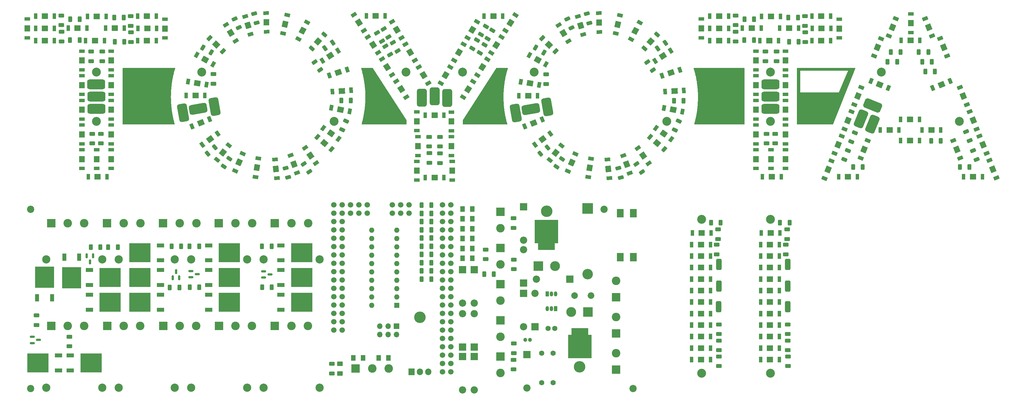
<source format=gbr>
%TF.GenerationSoftware,KiCad,Pcbnew,(6.0.0)*%
%TF.CreationDate,2022-05-15T11:53:32-07:00*%
%TF.ProjectId,Stencil,5374656e-6369-46c2-9e6b-696361645f70,rev?*%
%TF.SameCoordinates,Original*%
%TF.FileFunction,Soldermask,Top*%
%TF.FilePolarity,Negative*%
%FSLAX46Y46*%
G04 Gerber Fmt 4.6, Leading zero omitted, Abs format (unit mm)*
G04 Created by KiCad (PCBNEW (6.0.0)) date 2022-05-15 11:53:32*
%MOMM*%
%LPD*%
G01*
G04 APERTURE LIST*
G04 Aperture macros list*
%AMRoundRect*
0 Rectangle with rounded corners*
0 $1 Rounding radius*
0 $2 $3 $4 $5 $6 $7 $8 $9 X,Y pos of 4 corners*
0 Add a 4 corners polygon primitive as box body*
4,1,4,$2,$3,$4,$5,$6,$7,$8,$9,$2,$3,0*
0 Add four circle primitives for the rounded corners*
1,1,$1+$1,$2,$3*
1,1,$1+$1,$4,$5*
1,1,$1+$1,$6,$7*
1,1,$1+$1,$8,$9*
0 Add four rect primitives between the rounded corners*
20,1,$1+$1,$2,$3,$4,$5,0*
20,1,$1+$1,$4,$5,$6,$7,0*
20,1,$1+$1,$6,$7,$8,$9,0*
20,1,$1+$1,$8,$9,$2,$3,0*%
%AMRotRect*
0 Rectangle, with rotation*
0 The origin of the aperture is its center*
0 $1 length*
0 $2 width*
0 $3 Rotation angle, in degrees counterclockwise*
0 Add horizontal line*
21,1,$1,$2,0,0,$3*%
%AMFreePoly0*
4,1,21,3.042426,3.042426,3.060000,3.000000,3.060000,-4.000000,3.042426,-4.042426,3.000000,-4.060000,2.060000,-4.060000,2.060000,-6.000000,2.042426,-6.042426,2.000000,-6.060000,-3.000000,-6.060000,-3.042426,-6.042426,-3.060000,-6.000000,-3.060000,-4.060000,-4.000000,-4.060000,-4.042426,-4.042426,-4.060000,-4.000000,-4.060000,3.000000,-4.042426,3.042426,-4.000000,3.060000,3.000000,3.060000,
3.042426,3.042426,3.042426,3.042426,$1*%
G04 Aperture macros list end*
%ADD10C,0.000000*%
%ADD11C,0.200000*%
%ADD12C,0.150000*%
%ADD13R,1.900000X1.700000*%
%ADD14R,1.100000X1.700000*%
%ADD15RoundRect,0.425000X0.425000X-1.275000X0.425000X1.275000X-0.425000X1.275000X-0.425000X-1.275000X0*%
%ADD16RoundRect,0.250000X0.625000X-0.312500X0.625000X0.312500X-0.625000X0.312500X-0.625000X-0.312500X0*%
%ADD17C,2.700000*%
%ADD18RoundRect,0.250000X-0.625000X0.312500X-0.625000X-0.312500X0.625000X-0.312500X0.625000X0.312500X0*%
%ADD19RoundRect,0.250000X0.312500X0.625000X-0.312500X0.625000X-0.312500X-0.625000X0.312500X-0.625000X0*%
%ADD20C,2.500000*%
%ADD21RotRect,1.900000X1.700000X292.000000*%
%ADD22RotRect,1.100000X1.700000X292.000000*%
%ADD23R,2.600000X2.600000*%
%ADD24C,2.600000*%
%ADD25RoundRect,0.250000X-0.312500X-0.625000X0.312500X-0.625000X0.312500X0.625000X-0.312500X0.625000X0*%
%ADD26RoundRect,0.250000X-0.696554X0.055616X-0.462425X-0.523874X0.696554X-0.055616X0.462425X0.523874X0*%
%ADD27R,1.600000X1.600000*%
%ADD28O,1.600000X1.600000*%
%ADD29RoundRect,0.250000X-0.462425X0.523874X-0.696554X-0.055616X0.462425X-0.523874X0.696554X0.055616X0*%
%ADD30RotRect,1.900000X1.700000X95.400000*%
%ADD31RotRect,1.100000X1.700000X95.400000*%
%ADD32C,1.600000*%
%ADD33RoundRect,0.750000X2.099852X-0.391309X1.839379X1.085902X-2.099852X0.391309X-1.839379X-1.085902X0*%
%ADD34R,1.700000X1.900000*%
%ADD35R,1.700000X1.100000*%
%ADD36RoundRect,0.250000X0.332727X-0.614470X0.691213X-0.102500X-0.332727X0.614470X-0.691213X0.102500X0*%
%ADD37RotRect,1.900000X1.700000X57.500000*%
%ADD38RotRect,1.100000X1.700000X57.500000*%
%ADD39RoundRect,0.750000X-0.750000X-2.000000X0.750000X-2.000000X0.750000X2.000000X-0.750000X2.000000X0*%
%ADD40RoundRect,0.250000X0.684585X-0.140090X0.522823X0.463614X-0.684585X0.140090X-0.522823X-0.463614X0*%
%ADD41RoundRect,0.250000X0.697124X0.047952X0.379912X0.586471X-0.697124X-0.047952X-0.379912X-0.586471X0*%
%ADD42RotRect,1.900000X1.700000X213.000000*%
%ADD43RotRect,1.100000X1.700000X213.000000*%
%ADD44RotRect,1.900000X1.700000X183.600000*%
%ADD45RotRect,1.100000X1.700000X183.600000*%
%ADD46RotRect,1.900000X1.700000X248.000000*%
%ADD47RotRect,1.100000X1.700000X248.000000*%
%ADD48RotRect,1.900000X1.700000X257.100000*%
%ADD49RotRect,1.100000X1.700000X257.100000*%
%ADD50RotRect,1.900000X1.700000X122.500000*%
%ADD51RotRect,1.100000X1.700000X122.500000*%
%ADD52R,1.200000X2.200000*%
%ADD53R,5.800000X6.400000*%
%ADD54RotRect,1.900000X1.700000X286.500000*%
%ADD55RotRect,1.100000X1.700000X286.500000*%
%ADD56RoundRect,0.250000X-0.102500X0.691213X-0.614470X0.332727X0.102500X-0.691213X0.614470X-0.332727X0*%
%ADD57R,2.200000X2.200000*%
%ADD58O,2.200000X2.200000*%
%ADD59RotRect,1.900000X1.700000X120.500000*%
%ADD60RotRect,1.100000X1.700000X120.500000*%
%ADD61R,1.050000X1.500000*%
%ADD62O,1.050000X1.500000*%
%ADD63RoundRect,0.150000X-0.150000X0.587500X-0.150000X-0.587500X0.150000X-0.587500X0.150000X0.587500X0*%
%ADD64RoundRect,0.750000X-1.444601X-1.573413X-0.053825X-2.135323X1.444601X1.573413X0.053825X2.135323X0*%
%ADD65RoundRect,0.250001X0.462499X0.624999X-0.462499X0.624999X-0.462499X-0.624999X0.462499X-0.624999X0*%
%ADD66RotRect,1.900000X1.700000X301.200000*%
%ADD67RotRect,1.100000X1.700000X301.200000*%
%ADD68RotRect,1.900000X1.700000X21.900000*%
%ADD69RotRect,1.100000X1.700000X21.900000*%
%ADD70R,2.200000X1.200000*%
%ADD71R,6.400000X5.800000*%
%ADD72RoundRect,0.250000X-0.691213X-0.102500X-0.332727X-0.614470X0.691213X0.102500X0.332727X0.614470X0*%
%ADD73RotRect,1.900000X1.700000X242.400000*%
%ADD74RotRect,1.100000X1.700000X242.400000*%
%ADD75RoundRect,0.250000X0.696554X-0.055616X0.462425X0.523874X-0.696554X0.055616X-0.462425X-0.523874X0*%
%ADD76RotRect,1.900000X1.700000X112.000000*%
%ADD77RotRect,1.100000X1.700000X112.000000*%
%ADD78RotRect,1.900000X1.700000X271.800000*%
%ADD79RotRect,1.100000X1.700000X271.800000*%
%ADD80RotRect,1.900000X1.700000X68.000000*%
%ADD81RotRect,1.100000X1.700000X68.000000*%
%ADD82RotRect,1.900000X1.700000X315.900000*%
%ADD83RotRect,1.100000X1.700000X315.900000*%
%ADD84RoundRect,0.750000X2.000000X-0.750000X2.000000X0.750000X-2.000000X0.750000X-2.000000X-0.750000X0*%
%ADD85C,1.200000*%
%ADD86RoundRect,0.250000X-0.698511X0.019085X-0.434374X-0.547358X0.698511X-0.019085X0.434374X0.547358X0*%
%ADD87RoundRect,0.750000X-0.391309X-2.099852X1.085902X-1.839379X0.391309X2.099852X-1.085902X1.839379X0*%
%ADD88RotRect,1.900000X1.700000X350.300000*%
%ADD89RotRect,1.100000X1.700000X350.300000*%
%ADD90RoundRect,0.250000X0.691213X0.102500X0.332727X0.614470X-0.691213X-0.102500X-0.332727X-0.614470X0*%
%ADD91RoundRect,0.250000X0.162353X-0.679649X0.641131X-0.277907X-0.162353X0.679649X-0.641131X0.277907X0*%
%ADD92RotRect,1.900000X1.700000X36.600000*%
%ADD93RotRect,1.100000X1.700000X36.600000*%
%ADD94RoundRect,0.250000X-0.697124X-0.047952X-0.379912X-0.586471X0.697124X0.047952X0.379912X0.586471X0*%
%ADD95RotRect,1.900000X1.700000X330.600000*%
%ADD96RotRect,1.100000X1.700000X330.600000*%
%ADD97RotRect,1.900000X1.700000X80.700000*%
%ADD98RotRect,1.100000X1.700000X80.700000*%
%ADD99RotRect,1.900000X1.700000X144.200000*%
%ADD100RotRect,1.100000X1.700000X144.200000*%
%ADD101C,1.676400*%
%ADD102O,3.500000X3.500000*%
%ADD103R,3.000000X3.000000*%
%ADD104FreePoly0,0.000000*%
%ADD105O,3.000000X3.000000*%
%ADD106RotRect,1.900000X1.700000X110.100000*%
%ADD107RotRect,1.100000X1.700000X110.100000*%
%ADD108RoundRect,0.150000X-0.587500X-0.150000X0.587500X-0.150000X0.587500X0.150000X-0.587500X0.150000X0*%
%ADD109RotRect,1.900000X1.700000X139.500000*%
%ADD110RotRect,1.100000X1.700000X139.500000*%
%ADD111C,2.200000*%
%ADD112RotRect,1.900000X1.700000X51.300000*%
%ADD113RotRect,1.100000X1.700000X51.300000*%
%ADD114RoundRect,0.750000X-1.573413X1.444601X-2.135323X0.053825X1.573413X-1.444601X2.135323X-0.053825X0*%
%ADD115RotRect,1.900000X1.700000X124.800000*%
%ADD116RotRect,1.100000X1.700000X124.800000*%
%ADD117RotRect,1.900000X1.700000X227.700000*%
%ADD118RotRect,1.100000X1.700000X227.700000*%
%ADD119R,1.905000X2.000000*%
%ADD120O,1.905000X2.000000*%
%ADD121RotRect,1.900000X1.700000X22.000000*%
%ADD122RotRect,1.100000X1.700000X22.000000*%
%ADD123FreePoly0,180.000000*%
%ADD124RoundRect,0.250000X-0.379912X0.586471X-0.697124X0.047952X0.379912X-0.586471X0.697124X-0.047952X0*%
%ADD125RotRect,1.900000X1.700000X168.900000*%
%ADD126RotRect,1.100000X1.700000X168.900000*%
%ADD127RotRect,1.900000X1.700000X198.300000*%
%ADD128RotRect,1.100000X1.700000X198.300000*%
%ADD129RoundRect,0.250000X0.379912X-0.586471X0.697124X-0.047952X-0.379912X0.586471X-0.697124X0.047952X0*%
%ADD130RoundRect,0.250001X-0.624999X0.462499X-0.624999X-0.462499X0.624999X-0.462499X0.624999X0.462499X0*%
%ADD131RoundRect,0.250000X-0.583133X-0.385016X-0.041867X-0.697516X0.583133X0.385016X0.041867X0.697516X0*%
%ADD132RotRect,1.900000X1.700000X59.500000*%
%ADD133RotRect,1.100000X1.700000X59.500000*%
%ADD134R,1.700000X1.700000*%
%ADD135O,1.700000X1.700000*%
%ADD136RoundRect,0.150000X0.150000X-0.587500X0.150000X0.587500X-0.150000X0.587500X-0.150000X-0.587500X0*%
%ADD137R,3.200000X3.200000*%
%ADD138O,3.200000X3.200000*%
%ADD139RotRect,1.900000X1.700000X66.000000*%
%ADD140RotRect,1.100000X1.700000X66.000000*%
%ADD141R,2.000000X2.500000*%
%ADD142RotRect,1.900000X1.700000X158.000000*%
%ADD143RotRect,1.100000X1.700000X158.000000*%
%ADD144RoundRect,0.250000X-0.434374X0.547358X-0.698511X-0.019085X0.434374X-0.547358X0.698511X0.019085X0*%
%ADD145RoundRect,0.250000X0.462425X-0.523874X0.696554X0.055616X-0.462425X0.523874X-0.696554X-0.055616X0*%
%ADD146C,2.000000*%
G04 APERTURE END LIST*
D10*
G36*
X145284041Y-62894551D02*
G01*
X145281178Y-64034463D01*
X131824462Y-64034463D01*
X132264041Y-62424551D01*
X132704041Y-59834551D01*
X132914041Y-57264551D01*
X132954041Y-54324551D01*
X132554041Y-50874551D01*
X132024041Y-48384551D01*
X131672614Y-47054502D01*
X135134041Y-47034640D01*
X145284041Y-62894551D01*
G37*
D11*
X281717466Y-47034640D02*
X274935107Y-64034463D01*
D12*
X276821908Y-54492962D02*
X264921908Y-54492962D01*
D11*
X131667366Y-47034640D02*
X135101782Y-47034640D01*
X131824462Y-64034463D02*
X131894498Y-63783942D01*
X131962335Y-63532874D01*
X132027970Y-63281266D01*
X132091402Y-63029128D01*
X132152630Y-62776468D01*
X132211652Y-62523296D01*
X132268467Y-62269619D01*
X132323072Y-62015448D01*
X132375467Y-61760791D01*
X132425649Y-61505657D01*
X132473618Y-61250055D01*
X132519372Y-60993993D01*
X132562908Y-60737481D01*
X132604227Y-60480527D01*
X132643325Y-60223141D01*
X132680202Y-59965331D01*
X132714856Y-59707107D01*
X132747286Y-59448476D01*
X132777489Y-59189448D01*
X132805465Y-58930032D01*
X132831211Y-58670237D01*
X132854727Y-58410072D01*
X132876011Y-58149545D01*
X132895060Y-57888665D01*
X132911875Y-57627442D01*
X132926452Y-57365884D01*
X132938791Y-57104001D01*
X132948890Y-56841800D01*
X132956748Y-56579291D01*
X132962362Y-56316483D01*
X132965732Y-56053384D01*
X132966856Y-55790005D01*
X172717746Y-47034640D02*
X176087738Y-47034640D01*
X274935107Y-64034463D02*
X264096147Y-64034463D01*
X264096147Y-47034640D02*
X281717466Y-47034640D01*
X59230616Y-47034640D02*
X75016560Y-47034640D01*
X75016560Y-47034640D02*
X74936903Y-47300603D01*
X74859748Y-47567156D01*
X74785096Y-47834290D01*
X74712948Y-48101994D01*
X74643306Y-48370258D01*
X74576173Y-48639074D01*
X74511549Y-48908431D01*
X74449438Y-49178320D01*
X74389840Y-49448732D01*
X74332757Y-49719655D01*
X74278192Y-49991081D01*
X74226146Y-50263000D01*
X74176622Y-50535403D01*
X74129619Y-50808279D01*
X74085142Y-51081619D01*
X74043191Y-51355414D01*
X74003768Y-51629652D01*
X73966876Y-51904326D01*
X73932515Y-52179426D01*
X73900688Y-52454940D01*
X73871397Y-52730861D01*
X73844644Y-53007178D01*
X73820429Y-53283881D01*
X73798756Y-53560961D01*
X73779626Y-53838408D01*
X73763040Y-54116213D01*
X73749001Y-54394365D01*
X73737511Y-54672855D01*
X73728570Y-54951674D01*
X73722182Y-55230812D01*
X73718348Y-55510259D01*
X73717070Y-55790005D01*
D10*
G36*
X176087738Y-47034640D02*
G01*
X175294041Y-49934551D01*
X174844041Y-53544551D01*
X174844041Y-58124551D01*
X175424041Y-62154551D01*
X175913933Y-64034463D01*
X162574041Y-64024551D01*
X162564041Y-62904551D01*
X172734041Y-47024551D01*
X176087738Y-47034640D01*
G37*
D11*
X174779119Y-55819805D02*
X174780235Y-56082107D01*
X174783582Y-56344137D01*
X174789158Y-56605886D01*
X174796963Y-56867345D01*
X174806994Y-57128505D01*
X174819250Y-57389357D01*
X174833730Y-57649893D01*
X174850432Y-57910103D01*
X174869354Y-58169979D01*
X174890495Y-58429512D01*
X174913854Y-58688692D01*
X174939428Y-58947512D01*
X174967217Y-59205962D01*
X174997219Y-59464033D01*
X175029432Y-59721717D01*
X175063855Y-59979004D01*
X175100487Y-60235886D01*
X175139325Y-60492354D01*
X175180369Y-60748399D01*
X175223616Y-61004013D01*
X175269066Y-61259185D01*
X175316717Y-61513908D01*
X175366566Y-61768173D01*
X175418614Y-62021970D01*
X175472858Y-62275291D01*
X175529296Y-62528127D01*
X175587928Y-62780470D01*
X175648752Y-63032309D01*
X175711765Y-63283637D01*
X175776968Y-63534444D01*
X175844357Y-63784723D01*
X175913933Y-64034463D01*
X135101782Y-47034640D02*
X145281350Y-62908262D01*
D12*
X274935107Y-64034463D02*
X271221908Y-63992962D01*
X271221908Y-63992962D02*
X271321908Y-54492962D01*
X271321908Y-54492962D02*
X274721908Y-54492962D01*
X274721908Y-54492962D02*
X274935107Y-64034463D01*
G36*
X274935107Y-64034463D02*
G01*
X271221908Y-63992962D01*
X271321908Y-54492962D01*
X274721908Y-54492962D01*
X274935107Y-64034463D01*
G37*
X274935107Y-64034463D02*
X271221908Y-63992962D01*
X271321908Y-54492962D01*
X274721908Y-54492962D01*
X274935107Y-64034463D01*
D11*
X232894262Y-64034463D02*
X232963805Y-63784753D01*
X233031166Y-63534501D01*
X233096341Y-63283716D01*
X233159329Y-63032408D01*
X233220128Y-62780584D01*
X233278738Y-62528255D01*
X233335156Y-62275429D01*
X233389381Y-62022115D01*
X233441411Y-61768323D01*
X233491245Y-61514061D01*
X233538881Y-61259338D01*
X233584318Y-61004164D01*
X233627553Y-60748547D01*
X233668586Y-60492497D01*
X233707415Y-60236023D01*
X233744038Y-59979133D01*
X233778453Y-59721837D01*
X233810660Y-59464144D01*
X233840656Y-59206063D01*
X233868440Y-58947603D01*
X233894010Y-58688772D01*
X233917365Y-58429581D01*
X233938504Y-58170038D01*
X233957423Y-57910152D01*
X233974123Y-57649931D01*
X233988602Y-57389387D01*
X234000857Y-57128526D01*
X234010888Y-56867359D01*
X234018692Y-56605894D01*
X234024268Y-56344141D01*
X234027615Y-56082108D01*
X234028732Y-55819805D01*
X73717070Y-55790005D02*
X73718193Y-56053415D01*
X73721563Y-56316539D01*
X73727177Y-56579370D01*
X73735035Y-56841898D01*
X73745134Y-57104115D01*
X73757473Y-57366012D01*
X73772050Y-57627580D01*
X73788865Y-57888811D01*
X73807915Y-58149695D01*
X73829198Y-58410224D01*
X73852714Y-58670390D01*
X73878461Y-58930183D01*
X73906436Y-59189596D01*
X73936640Y-59448619D01*
X73969069Y-59707243D01*
X74003723Y-59965460D01*
X74040600Y-60223262D01*
X74079699Y-60480638D01*
X74121017Y-60737582D01*
X74164554Y-60994084D01*
X74210307Y-61250135D01*
X74258276Y-61505726D01*
X74308459Y-61760850D01*
X74360853Y-62015497D01*
X74415459Y-62269658D01*
X74472273Y-62523325D01*
X74531295Y-62776489D01*
X74592523Y-63029142D01*
X74655955Y-63281274D01*
X74721590Y-63532878D01*
X74789427Y-63783943D01*
X74859464Y-64034463D01*
X74859464Y-64034463D02*
X59230616Y-64034463D01*
D10*
G36*
X74404041Y-49254551D02*
G01*
X73854041Y-52664551D01*
X73704041Y-55794551D01*
X73944041Y-59744551D01*
X74214041Y-61244551D01*
X74824041Y-64054551D01*
X59234041Y-64004551D01*
X59254041Y-47044551D01*
X59230616Y-47034640D01*
X75016560Y-47034640D01*
X74404041Y-49254551D01*
G37*
D12*
X264921908Y-47692962D02*
X279721908Y-47692962D01*
X264921908Y-54492962D02*
X264921908Y-47692962D01*
D11*
X232720285Y-47034640D02*
X248045792Y-47034640D01*
X162538350Y-62908262D02*
X172717746Y-47034640D01*
X175913933Y-64034463D02*
X162538350Y-64034463D01*
D12*
X279721908Y-47592962D02*
X276821908Y-54492962D01*
D11*
X264096147Y-64034463D02*
X264096147Y-47034640D01*
D12*
X274935107Y-64034463D02*
X274021908Y-54492962D01*
X274021908Y-54492962D02*
X276821908Y-54492962D01*
X276821908Y-54492962D02*
X279721908Y-47592962D01*
X279721908Y-47592962D02*
X264921908Y-47692962D01*
X264921908Y-47692962D02*
X264921908Y-54492962D01*
X264921908Y-54492962D02*
X271621908Y-54492962D01*
X271621908Y-54492962D02*
X271521908Y-63992962D01*
X271521908Y-63992962D02*
X264096147Y-64034463D01*
X264096147Y-64034463D02*
X264096147Y-47034640D01*
X264096147Y-47034640D02*
X281717466Y-47034640D01*
X281717466Y-47034640D02*
X274935107Y-64034463D01*
G36*
X274935107Y-64034463D02*
G01*
X274021908Y-54492962D01*
X276821908Y-54492962D01*
X279721908Y-47592962D01*
X264921908Y-47692962D01*
X264921908Y-54492962D01*
X271621908Y-54492962D01*
X271521908Y-63992962D01*
X264096147Y-64034463D01*
X264096147Y-47034640D01*
X281717466Y-47034640D01*
X274935107Y-64034463D01*
G37*
X274935107Y-64034463D02*
X274021908Y-54492962D01*
X276821908Y-54492962D01*
X279721908Y-47592962D01*
X264921908Y-47692962D01*
X264921908Y-54492962D01*
X271621908Y-54492962D01*
X271521908Y-63992962D01*
X264096147Y-64034463D01*
X264096147Y-47034640D01*
X281717466Y-47034640D01*
X274935107Y-64034463D01*
D11*
X132966856Y-55790005D02*
X132965577Y-55510243D01*
X132961743Y-55230783D01*
X132955355Y-54951634D01*
X132946414Y-54672806D01*
X132934924Y-54394307D01*
X132920885Y-54116148D01*
X132904299Y-53838339D01*
X132885169Y-53560888D01*
X132863496Y-53283805D01*
X132839281Y-53007101D01*
X132812528Y-52730784D01*
X132783237Y-52454864D01*
X132751410Y-52179351D01*
X132717049Y-51904255D01*
X132680157Y-51629584D01*
X132640734Y-51355349D01*
X132598783Y-51081559D01*
X132554306Y-50808223D01*
X132507303Y-50535352D01*
X132457779Y-50262955D01*
X132405733Y-49991041D01*
X132351168Y-49719620D01*
X132294085Y-49448702D01*
X132234487Y-49178296D01*
X132172376Y-48908412D01*
X132107752Y-48639059D01*
X132040619Y-48370248D01*
X131970977Y-48101986D01*
X131898829Y-47834286D01*
X131824177Y-47567154D01*
X131747022Y-47300602D01*
X131667366Y-47034640D01*
X145281350Y-62908262D02*
X145281178Y-64034463D01*
D10*
G36*
X248064041Y-47084551D02*
G01*
X248044041Y-64014551D01*
X232914041Y-63994551D01*
X233604041Y-60894551D01*
X233864041Y-58494551D01*
X234014041Y-56314551D01*
X233994041Y-54074551D01*
X233774041Y-51784551D01*
X233384041Y-49504551D01*
X232924041Y-47794551D01*
X232720285Y-47014551D01*
X248024041Y-47004551D01*
X248064041Y-47084551D01*
G37*
D11*
X176087738Y-47034640D02*
X176007510Y-47301492D01*
X175929802Y-47568937D01*
X175854616Y-47836964D01*
X175781953Y-48105563D01*
X175711816Y-48374726D01*
X175644206Y-48644442D01*
X175579124Y-48914702D01*
X175516573Y-49185496D01*
X175456555Y-49456815D01*
X175399070Y-49728648D01*
X175344122Y-50000987D01*
X175291711Y-50273822D01*
X175241839Y-50547143D01*
X175194509Y-50820940D01*
X175149722Y-51095204D01*
X175107479Y-51369926D01*
X175067783Y-51645095D01*
X175030635Y-51920702D01*
X174996037Y-52196737D01*
X174963991Y-52473192D01*
X174934498Y-52750055D01*
X174907561Y-53027318D01*
X174883181Y-53304971D01*
X174861359Y-53583004D01*
X174842099Y-53861408D01*
X174825400Y-54140172D01*
X174811266Y-54419289D01*
X174799698Y-54698747D01*
X174790697Y-54978537D01*
X174784266Y-55258650D01*
X174780406Y-55539075D01*
X174779119Y-55819805D01*
X59230616Y-64034463D02*
X59230616Y-47034640D01*
X248045792Y-47034640D02*
X248045792Y-64034463D01*
X162538350Y-64034463D02*
X162538350Y-62908262D01*
X234028732Y-55819805D02*
X234027444Y-55539044D01*
X234023583Y-55258587D01*
X234017149Y-54978445D01*
X234008146Y-54698627D01*
X233996574Y-54419142D01*
X233982436Y-54140000D01*
X233965734Y-53861212D01*
X233946469Y-53582786D01*
X233924644Y-53304733D01*
X233900260Y-53027061D01*
X233873319Y-52749782D01*
X233843823Y-52472904D01*
X233811774Y-52196438D01*
X233777174Y-51920392D01*
X233740025Y-51644777D01*
X233700328Y-51369603D01*
X233658086Y-51094879D01*
X233613300Y-50820614D01*
X233565973Y-50546820D01*
X233516105Y-50273504D01*
X233463700Y-50000678D01*
X233408759Y-49728350D01*
X233351284Y-49456531D01*
X233291277Y-49185229D01*
X233228739Y-48914456D01*
X233163673Y-48644220D01*
X233096080Y-48374532D01*
X233025963Y-48105401D01*
X232953323Y-47836836D01*
X232878162Y-47568848D01*
X232800482Y-47301446D01*
X232720285Y-47034640D01*
X248045792Y-64034463D02*
X232894262Y-64034463D01*
X145281178Y-64034463D02*
X131824462Y-64034463D01*
D13*
%TO.C,D152*%
X255833103Y-132191820D03*
D14*
X258683103Y-132191820D03*
X252983103Y-132191820D03*
%TD*%
D15*
%TO.C,wht-*%
X261208103Y-106749999D03*
%TD*%
D16*
%TO.C,R74*%
X261243103Y-127934320D03*
X261243103Y-125009320D03*
%TD*%
D13*
%TO.C,D154*%
X255833103Y-118191820D03*
D14*
X258683103Y-118191820D03*
X252983103Y-118191820D03*
%TD*%
D13*
%TO.C,D149*%
X255833103Y-107691820D03*
D14*
X258683103Y-107691820D03*
X252983103Y-107691820D03*
%TD*%
D17*
%TO.C,REF\u002A\u002A*%
X256000000Y-139800000D03*
%TD*%
D13*
%TO.C,D156*%
X255833103Y-104191820D03*
D14*
X258683103Y-104191820D03*
X252983103Y-104191820D03*
%TD*%
D13*
%TO.C,D151*%
X255833103Y-125191820D03*
D14*
X252983103Y-125191820D03*
X258683103Y-125191820D03*
%TD*%
D13*
%TO.C,D155*%
X256033103Y-97191820D03*
D14*
X253183103Y-97191820D03*
X258883103Y-97191820D03*
%TD*%
D13*
%TO.C,D147*%
X255833103Y-114691820D03*
D14*
X258683103Y-114691820D03*
X252983103Y-114691820D03*
%TD*%
D17*
%TO.C,REF\u002A\u002A*%
X256000000Y-93000000D03*
%TD*%
D18*
%TO.C,R73*%
X261283103Y-134749320D03*
X261283103Y-137674320D03*
%TD*%
D13*
%TO.C,D153*%
X255833103Y-111191820D03*
D14*
X252983103Y-111191820D03*
X258683103Y-111191820D03*
%TD*%
D13*
%TO.C,D145*%
X255833103Y-135691820D03*
D14*
X258683103Y-135691820D03*
X252983103Y-135691820D03*
%TD*%
D13*
%TO.C,D146*%
X255833103Y-128691820D03*
D14*
X252983103Y-128691820D03*
X258683103Y-128691820D03*
%TD*%
D18*
%TO.C,R75*%
X261003103Y-96066820D03*
X261003103Y-98991820D03*
%TD*%
%TO.C,R76*%
X261253103Y-129891820D03*
X261253103Y-132816820D03*
%TD*%
D15*
%TO.C,amb-*%
X261183103Y-119616820D03*
%TD*%
D18*
%TO.C,R77*%
X260603103Y-100749320D03*
X260603103Y-103674320D03*
%TD*%
D15*
%TO.C,7V+*%
X261218583Y-113301820D03*
%TD*%
D19*
%TO.C,R78*%
X261775603Y-94019999D03*
X258850603Y-94019999D03*
%TD*%
D13*
%TO.C,D150*%
X255833103Y-100691820D03*
D14*
X252983103Y-100691820D03*
X258683103Y-100691820D03*
%TD*%
D13*
%TO.C,D148*%
X255833103Y-121691820D03*
D14*
X252983103Y-121691820D03*
X258683103Y-121691820D03*
%TD*%
D20*
%TO.C,A1*%
X35935000Y-144220000D03*
X35935000Y-105220000D03*
X52935000Y-144220000D03*
X52935000Y-105220000D03*
%TD*%
D13*
%TO.C,D101*%
X256146908Y-31292962D03*
D14*
X253296908Y-31292962D03*
X258996908Y-31292962D03*
%TD*%
D21*
%TO.C,D139*%
X323570654Y-77740261D03*
D22*
X322503025Y-75097787D03*
X324638283Y-80382735D03*
%TD*%
D23*
%TO.C,J11*%
X37435000Y-94225000D03*
D24*
X42435000Y-94225000D03*
X47435000Y-94225000D03*
%TD*%
D15*
%TO.C,7V+*%
X240271167Y-113301820D03*
%TD*%
D25*
%TO.C,R126*%
X149992500Y-101200000D03*
X152917500Y-101200000D03*
%TD*%
D18*
%TO.C,R19*%
X86741908Y-48850462D03*
X86741908Y-51775462D03*
%TD*%
D26*
%TO.C,R64*%
X317521908Y-72092962D03*
X318617632Y-74804975D03*
%TD*%
D16*
%TO.C,R142*%
X169415000Y-105162500D03*
X169415000Y-102237500D03*
%TD*%
D13*
%TO.C,D114*%
X261646908Y-34892962D03*
D14*
X264496908Y-34892962D03*
X258796908Y-34892962D03*
%TD*%
D27*
%TO.C,SW1*%
X142435000Y-119165000D03*
D28*
X142435000Y-116625000D03*
X142435000Y-114085000D03*
X142435000Y-111545000D03*
X142435000Y-109005000D03*
X142435000Y-106465000D03*
X142435000Y-103925000D03*
X142435000Y-101385000D03*
X142435000Y-98845000D03*
X142435000Y-96305000D03*
X134815000Y-96305000D03*
X134815000Y-98845000D03*
X134815000Y-101385000D03*
X134815000Y-103925000D03*
X134815000Y-106465000D03*
X134815000Y-109005000D03*
X134815000Y-111545000D03*
X134815000Y-114085000D03*
X134815000Y-116625000D03*
X134815000Y-119165000D03*
%TD*%
D29*
%TO.C,R62*%
X279521908Y-72092962D03*
X278426183Y-74804975D03*
%TD*%
D30*
%TO.C,D82*%
X206721908Y-77667962D03*
D31*
X206990117Y-80505314D03*
X206453699Y-74830610D03*
%TD*%
D32*
%TO.C,C2*%
X190435000Y-126220000D03*
X188435000Y-126220000D03*
%TD*%
D33*
%TO.C,P*%
X183111908Y-59449986D03*
%TD*%
D34*
%TO.C,D115*%
X260496908Y-74692962D03*
D35*
X260496908Y-77542962D03*
X260496908Y-71842962D03*
%TD*%
D17*
%TO.C,REF\u002A\u002A*%
X235052584Y-93000000D03*
%TD*%
D36*
%TO.C,R24*%
X89878141Y-76963117D03*
X91555852Y-74567098D03*
%TD*%
D37*
%TO.C,D53*%
X168393810Y-46740891D03*
D38*
X166862506Y-49144557D03*
X169925114Y-44337225D03*
%TD*%
D39*
%TO.C,P*%
X157721908Y-56092962D03*
%TD*%
D40*
%TO.C,R38*%
X200965936Y-33298510D03*
X200208890Y-30473177D03*
%TD*%
D19*
%TO.C,R61*%
X294464408Y-45112962D03*
X291539408Y-45112962D03*
%TD*%
D41*
%TO.C,R25*%
X139921908Y-37592962D03*
X138437358Y-35072697D03*
%TD*%
D25*
%TO.C,R66*%
X301021908Y-42092962D03*
X303946908Y-42092962D03*
%TD*%
D19*
%TO.C,R67*%
X295464408Y-42112962D03*
X292539408Y-42112962D03*
%TD*%
D42*
%TO.C,D30*%
X122182328Y-43224743D03*
D43*
X124572539Y-41672522D03*
X119792117Y-44776964D03*
%TD*%
D34*
%TO.C,D120*%
X260496908Y-59692962D03*
D35*
X260496908Y-62542962D03*
X260496908Y-56842962D03*
%TD*%
D44*
%TO.C,D31*%
X125728003Y-53945873D03*
D45*
X128572379Y-53766920D03*
X122883627Y-54124826D03*
%TD*%
D46*
%TO.C,D123*%
X276531350Y-70345374D03*
D47*
X277598979Y-67702900D03*
X275463721Y-72987848D03*
%TD*%
D23*
%TO.C,J20*%
X71350000Y-94220000D03*
D24*
X76430000Y-94220000D03*
X81510000Y-94220000D03*
%TD*%
D41*
%TO.C,R32*%
X137921908Y-38792962D03*
X136437358Y-36272697D03*
%TD*%
D34*
%TO.C,D106*%
X251596908Y-52192962D03*
D35*
X251596908Y-55042962D03*
X251596908Y-49342962D03*
%TD*%
D13*
%TO.C,D15*%
X66521908Y-38692962D03*
D14*
X69371908Y-38692962D03*
X63671908Y-38692962D03*
%TD*%
D48*
%TO.C,D40*%
X108489223Y-33654525D03*
D49*
X109125486Y-30876456D03*
X107852960Y-36432594D03*
%TD*%
D50*
%TO.C,D49*%
X139490604Y-46689296D03*
D51*
X141021908Y-49092962D03*
X137959300Y-44285630D03*
%TD*%
D52*
%TO.C,Q23*%
X45940000Y-104520000D03*
D53*
X43660000Y-110820000D03*
D52*
X41380000Y-104520000D03*
%TD*%
D16*
%TO.C,R143*%
X177935000Y-95645000D03*
X177935000Y-92720000D03*
%TD*%
D14*
%TO.C,D154*%
X232035687Y-118191820D03*
X237735687Y-118191820D03*
D13*
X234885687Y-118191820D03*
%TD*%
D54*
%TO.C,D87*%
X198292567Y-34066247D03*
D55*
X197483123Y-31333611D03*
X199102011Y-36798883D03*
%TD*%
D16*
%TO.C,R74*%
X240295687Y-125009320D03*
X240295687Y-127934320D03*
%TD*%
D18*
%TO.C,R43*%
X187831908Y-48907486D03*
X187831908Y-51832486D03*
%TD*%
D13*
%TO.C,D100*%
X271496908Y-34942962D03*
D14*
X274346908Y-34942962D03*
X268646908Y-34942962D03*
%TD*%
%TO.C,D149*%
X232035687Y-107691820D03*
X237735687Y-107691820D03*
D13*
X234885687Y-107691820D03*
%TD*%
%TO.C,D109*%
X240396908Y-38692962D03*
D14*
X237546908Y-38692962D03*
X243246908Y-38692962D03*
%TD*%
D50*
%TO.C,D61*%
X135192207Y-39942164D03*
D51*
X136723511Y-42345830D03*
X133660903Y-37538498D03*
%TD*%
D34*
%TO.C,D70*%
X148871908Y-70742962D03*
D35*
X148871908Y-67892962D03*
X148871908Y-73592962D03*
%TD*%
D39*
%TO.C,P*%
X153951908Y-55562962D03*
%TD*%
D56*
%TO.C,R21*%
X122965006Y-39281961D03*
X120568987Y-40959672D03*
%TD*%
D34*
%TO.C,D9*%
X46721908Y-67192962D03*
D35*
X46721908Y-70042962D03*
X46721908Y-64342962D03*
%TD*%
D57*
%TO.C,D197*%
X162435000Y-134720000D03*
D58*
X162435000Y-144880000D03*
%TD*%
D59*
%TO.C,D51*%
X150575424Y-49137319D03*
D60*
X152021908Y-51592962D03*
X149128940Y-46681676D03*
%TD*%
D16*
%TO.C,R50*%
X266476908Y-34135462D03*
X266476908Y-31210462D03*
%TD*%
D61*
%TO.C,Q44*%
X188165000Y-115720000D03*
D62*
X189435000Y-115720000D03*
X190705000Y-115720000D03*
%TD*%
D63*
%TO.C,Q24*%
X50135000Y-104082500D03*
X48235000Y-104082500D03*
X49185000Y-105957500D03*
%TD*%
D18*
%TO.C,R148*%
X177955000Y-105277500D03*
X177955000Y-108202500D03*
%TD*%
D13*
%TO.C,D144*%
X298371908Y-69092962D03*
D14*
X295521908Y-69092962D03*
X301221908Y-69092962D03*
%TD*%
D64*
%TO.C,P*%
X283521908Y-62492962D03*
%TD*%
D65*
%TO.C,D207*%
X165410000Y-92880000D03*
X162435000Y-92880000D03*
%TD*%
D14*
%TO.C,D152*%
X232035687Y-132191820D03*
X237735687Y-132191820D03*
D13*
X234885687Y-132191820D03*
%TD*%
%TO.C,D72*%
X153921908Y-61342962D03*
D14*
X151071908Y-61342962D03*
X156771908Y-61342962D03*
%TD*%
D34*
%TO.C,D104*%
X256146908Y-74692962D03*
D35*
X256146908Y-77542962D03*
X256146908Y-71842962D03*
%TD*%
D65*
%TO.C,D211*%
X165410000Y-104880000D03*
X162435000Y-104880000D03*
%TD*%
D66*
%TO.C,D75*%
X193085807Y-36368131D03*
D67*
X191609430Y-33930343D03*
X194562184Y-38805919D03*
%TD*%
D68*
%TO.C,D48*%
X82877551Y-63641940D03*
D69*
X80233218Y-64704955D03*
X85521884Y-62578925D03*
%TD*%
D16*
%TO.C,R144*%
X177915000Y-138662500D03*
X177915000Y-135737500D03*
%TD*%
D70*
%TO.C,Q1*%
X39635000Y-139000000D03*
D71*
X33335000Y-136720000D03*
D70*
X39635000Y-134440000D03*
%TD*%
D13*
%TO.C,D17*%
X45421908Y-34892962D03*
D14*
X48271908Y-34892962D03*
X42571908Y-34892962D03*
%TD*%
D72*
%TO.C,R15*%
X117460907Y-45149864D03*
X119138618Y-47545883D03*
%TD*%
D13*
%TO.C,D142*%
X298371908Y-62592962D03*
D14*
X301221908Y-62592962D03*
X295521908Y-62592962D03*
%TD*%
D73*
%TO.C,D77*%
X214920245Y-35681956D03*
D74*
X216240639Y-33156276D03*
X213599851Y-38207636D03*
%TD*%
D17*
%TO.C,REF\u002A\u002A*%
X123371908Y-63192962D03*
%TD*%
D15*
%TO.C,wht-*%
X240260687Y-106749999D03*
%TD*%
D57*
%TO.C,D205*%
X184435000Y-125720000D03*
D58*
X184435000Y-115560000D03*
%TD*%
D16*
%TO.C,R30*%
X155521908Y-70842962D03*
X155521908Y-67917962D03*
%TD*%
D59*
%TO.C,D52*%
X142454810Y-35351252D03*
D60*
X143901294Y-37806895D03*
X141008326Y-32895609D03*
%TD*%
D17*
%TO.C,REF\u002A\u002A*%
X289646908Y-48217962D03*
%TD*%
D13*
%TO.C,D73*%
X182361908Y-55399986D03*
D14*
X185211908Y-55399986D03*
X179511908Y-55399986D03*
%TD*%
D16*
%TO.C,R98*%
X32915000Y-125162500D03*
X32915000Y-122237500D03*
%TD*%
D57*
%TO.C,D193*%
X162435000Y-108380000D03*
D58*
X162435000Y-118540000D03*
%TD*%
D73*
%TO.C,D29*%
X113830245Y-35624932D03*
D74*
X115150639Y-33099252D03*
X112509851Y-38150612D03*
%TD*%
D57*
%TO.C,D204*%
X181935000Y-134140000D03*
D58*
X181935000Y-144300000D03*
%TD*%
D13*
%TO.C,D2*%
X35521908Y-34942962D03*
D14*
X32671908Y-34942962D03*
X38371908Y-34942962D03*
%TD*%
D13*
%TO.C,D113*%
X250296908Y-34892962D03*
D14*
X253146908Y-34892962D03*
X247446908Y-34892962D03*
%TD*%
D50*
%TO.C,D50*%
X130893810Y-33195033D03*
D51*
X132425114Y-35598699D03*
X129362506Y-30791367D03*
%TD*%
D13*
%TO.C,D111*%
X271396908Y-38692962D03*
D14*
X274246908Y-38692962D03*
X268546908Y-38692962D03*
%TD*%
D65*
%TO.C,D208*%
X165410000Y-95880000D03*
X162435000Y-95880000D03*
%TD*%
D34*
%TO.C,D8*%
X51271908Y-74692962D03*
D35*
X51271908Y-77542962D03*
X51271908Y-71842962D03*
%TD*%
D13*
%TO.C,D110*%
X240396908Y-31192962D03*
D14*
X243246908Y-31192962D03*
X237546908Y-31192962D03*
%TD*%
D75*
%TO.C,R70*%
X316521908Y-69092962D03*
X315426184Y-66380949D03*
%TD*%
D19*
%TO.C,R22*%
X128464408Y-56862962D03*
X125539408Y-56862962D03*
%TD*%
%TO.C,R125*%
X76377500Y-113740000D03*
X73452500Y-113740000D03*
%TD*%
D34*
%TO.C,D57*%
X148521908Y-63182962D03*
D35*
X148521908Y-60332962D03*
X148521908Y-66032962D03*
%TD*%
D16*
%TO.C,R97*%
X42915000Y-131662500D03*
X42915000Y-128737500D03*
%TD*%
D76*
%TO.C,D127*%
X320573801Y-70322790D03*
D77*
X321641430Y-72965264D03*
X319506172Y-67680316D03*
%TD*%
D78*
%TO.C,D76*%
X203913019Y-33160965D03*
D79*
X203823498Y-30312371D03*
X204002540Y-36009559D03*
%TD*%
D13*
%TO.C,D102*%
X255596908Y-38692962D03*
D14*
X258446908Y-38692962D03*
X252746908Y-38692962D03*
%TD*%
D80*
%TO.C,D133*%
X293021908Y-34614807D03*
D81*
X291954279Y-37257281D03*
X294089537Y-31972333D03*
%TD*%
D18*
%TO.C,R10*%
X52541908Y-67000462D03*
X52541908Y-69925462D03*
%TD*%
D82*
%TO.C,D38*%
X87543598Y-39858902D03*
D83*
X85496938Y-37875551D03*
X89590258Y-41842253D03*
%TD*%
D16*
%TO.C,R36*%
X152271908Y-70842962D03*
X152271908Y-67917962D03*
%TD*%
D36*
%TO.C,R48*%
X190968141Y-77020141D03*
X192645852Y-74624122D03*
%TD*%
D84*
%TO.C,P*%
X51121908Y-55692962D03*
%TD*%
D48*
%TO.C,D88*%
X209579223Y-33711549D03*
D49*
X210215486Y-30933480D03*
X208942960Y-36489618D03*
%TD*%
D25*
%TO.C,R130*%
X79492500Y-113700000D03*
X82417500Y-113700000D03*
%TD*%
D37*
%TO.C,D54*%
X176990604Y-33246628D03*
D38*
X175459300Y-35650294D03*
X178521908Y-30842962D03*
%TD*%
D70*
%TO.C,Q34*%
X85235000Y-108440000D03*
D71*
X91535000Y-110720000D03*
D70*
X85235000Y-113000000D03*
%TD*%
D18*
%TO.C,R73*%
X240335687Y-137674320D03*
X240335687Y-134749320D03*
%TD*%
D85*
%TO.C,C3*%
X181435000Y-129720000D03*
X182935000Y-129720000D03*
%TD*%
D86*
%TO.C,R44*%
X194270407Y-32084185D03*
X195506566Y-34735135D03*
%TD*%
D13*
%TO.C,D13*%
X35521908Y-38692962D03*
D14*
X32671908Y-38692962D03*
X38371908Y-38692962D03*
%TD*%
D13*
%TO.C,D67*%
X171771908Y-31217962D03*
D14*
X168921908Y-31217962D03*
X174621908Y-31217962D03*
%TD*%
D25*
%TO.C,R131*%
X149992500Y-108700000D03*
X152917500Y-108700000D03*
%TD*%
D87*
%TO.C,P*%
X87051908Y-58742962D03*
%TD*%
D14*
%TO.C,D153*%
X237735687Y-111191820D03*
X232035687Y-111191820D03*
D13*
X234885687Y-111191820D03*
%TD*%
%TO.C,D124*%
X279521908Y-80092962D03*
D14*
X276671908Y-80092962D03*
X282371908Y-80092962D03*
%TD*%
D18*
%TO.C,R12*%
X52941908Y-42000462D03*
X52941908Y-44925462D03*
%TD*%
D44*
%TO.C,D79*%
X226818003Y-54002897D03*
D45*
X229662379Y-53823944D03*
X223973627Y-54181850D03*
%TD*%
D13*
%TO.C,D16*%
X66521908Y-31192962D03*
D14*
X63671908Y-31192962D03*
X69371908Y-31192962D03*
%TD*%
D40*
%TO.C,R14*%
X99875936Y-33241486D03*
X99118890Y-30416153D03*
%TD*%
D57*
%TO.C,D196*%
X165935000Y-134720000D03*
D58*
X165935000Y-144880000D03*
%TD*%
D13*
%TO.C,D103*%
X256396908Y-80092962D03*
D14*
X253546908Y-80092962D03*
X259246908Y-80092962D03*
%TD*%
D18*
%TO.C,R52*%
X254741908Y-67000462D03*
X254741908Y-69925462D03*
%TD*%
D57*
%TO.C,D203*%
X180935000Y-115560000D03*
D58*
X180935000Y-125720000D03*
%TD*%
D17*
%TO.C,REF\u002A\u002A*%
X145221908Y-48217962D03*
%TD*%
D34*
%TO.C,D58*%
X148521908Y-78242962D03*
D35*
X148521908Y-75392962D03*
X148521908Y-81092962D03*
%TD*%
D17*
%TO.C,REF\u002A\u002A*%
X235052584Y-139800000D03*
%TD*%
D21*
%TO.C,D140*%
X317576948Y-62905319D03*
D22*
X316509319Y-60262845D03*
X318644577Y-65547793D03*
%TD*%
D88*
%TO.C,D37*%
X81821908Y-51592962D03*
D89*
X79012653Y-51112767D03*
X84631163Y-52073157D03*
%TD*%
D90*
%TO.C,R23*%
X115832909Y-78536060D03*
X114155198Y-76140041D03*
%TD*%
D91*
%TO.C,R42*%
X185994033Y-73061886D03*
X188234713Y-71181732D03*
%TD*%
D34*
%TO.C,D22*%
X46721908Y-59692962D03*
D35*
X46721908Y-62542962D03*
X46721908Y-56842962D03*
%TD*%
D13*
%TO.C,D69*%
X153921908Y-80342962D03*
D14*
X151071908Y-80342962D03*
X156771908Y-80342962D03*
%TD*%
D23*
%TO.C,J17*%
X209035000Y-138720000D03*
D24*
X209035000Y-133720000D03*
%TD*%
D25*
%TO.C,R123*%
X73992500Y-101200000D03*
X76917500Y-101200000D03*
%TD*%
D37*
%TO.C,D65*%
X172692207Y-39993759D03*
D38*
X171160903Y-42397425D03*
X174223511Y-37590093D03*
%TD*%
D70*
%TO.C,Q31*%
X70635000Y-120500000D03*
D71*
X64335000Y-118220000D03*
D70*
X70635000Y-115940000D03*
%TD*%
D61*
%TO.C,Q43*%
X190705000Y-120220000D03*
D62*
X189435000Y-120220000D03*
X188165000Y-120220000D03*
%TD*%
D70*
%TO.C,Q28*%
X70635000Y-105500000D03*
D71*
X64335000Y-103220000D03*
D70*
X70635000Y-100940000D03*
%TD*%
D80*
%TO.C,D122*%
X288518761Y-40675491D03*
D81*
X287451132Y-43317965D03*
X289586390Y-38033017D03*
%TD*%
D25*
%TO.C,R49*%
X248054408Y-32172962D03*
X250979408Y-32172962D03*
%TD*%
D59*
%TO.C,D64*%
X146515117Y-42244285D03*
D60*
X147961601Y-44699928D03*
X145068633Y-39788642D03*
%TD*%
D18*
%TO.C,R8*%
X61641908Y-36150462D03*
X61641908Y-39075462D03*
%TD*%
D92*
%TO.C,D36*%
X85659219Y-68608965D03*
D93*
X83371189Y-70308206D03*
X87947249Y-66909724D03*
%TD*%
D46*
%TO.C,D141*%
X284454279Y-71735436D03*
D47*
X285521908Y-69092962D03*
X283386650Y-74377910D03*
%TD*%
D23*
%TO.C,J19*%
X54350000Y-94220000D03*
D24*
X59430000Y-94220000D03*
X64510000Y-94220000D03*
%TD*%
D70*
%TO.C,Q20*%
X49035000Y-108465000D03*
D71*
X55335000Y-110745000D03*
D70*
X49035000Y-113025000D03*
%TD*%
D17*
%TO.C,REF\u002A\u002A*%
X51121908Y-63192962D03*
%TD*%
D34*
%TO.C,D19*%
X55621908Y-74692962D03*
D35*
X55621908Y-77542962D03*
X55621908Y-71842962D03*
%TD*%
D16*
%TO.C,R9*%
X40501908Y-33935462D03*
X40501908Y-31010462D03*
%TD*%
D76*
%TO.C,D126*%
X308586390Y-40652906D03*
D77*
X309654019Y-43295380D03*
X307518761Y-38010432D03*
%TD*%
D94*
%TO.C,R31*%
X138921908Y-40392962D03*
X140406458Y-42913227D03*
%TD*%
D23*
%TO.C,J18*%
X209035000Y-127720000D03*
D24*
X209035000Y-122720000D03*
%TD*%
D95*
%TO.C,D74*%
X185227401Y-44477377D03*
D96*
X182744442Y-43078301D03*
X187710360Y-45876453D03*
%TD*%
D18*
%TO.C,R56*%
X266516908Y-36150462D03*
X266516908Y-39075462D03*
%TD*%
D87*
%TO.C,P*%
X178611908Y-60649986D03*
%TD*%
D19*
%TO.C,R46*%
X229554408Y-56919986D03*
X226629408Y-56919986D03*
%TD*%
D23*
%TO.C,J23*%
X88350000Y-94220000D03*
D24*
X93430000Y-94220000D03*
X98510000Y-94220000D03*
%TD*%
D25*
%TO.C,R139*%
X168992500Y-109700000D03*
X171917500Y-109700000D03*
%TD*%
%TO.C,R108*%
X149992500Y-93700000D03*
X152917500Y-93700000D03*
%TD*%
D34*
%TO.C,D24*%
X55621908Y-59692962D03*
D35*
X55621908Y-62542962D03*
X55621908Y-56842962D03*
%TD*%
D25*
%TO.C,R112*%
X149992500Y-91200000D03*
X152917500Y-91200000D03*
%TD*%
D34*
%TO.C,D59*%
X159021908Y-63242962D03*
D35*
X159021908Y-60392962D03*
X159021908Y-66092962D03*
%TD*%
D97*
%TO.C,D46*%
X99926223Y-77300502D03*
D98*
X99465652Y-80113041D03*
X100386794Y-74487963D03*
%TD*%
D65*
%TO.C,D213*%
X132172500Y-135220000D03*
X129197500Y-135220000D03*
%TD*%
D34*
%TO.C,D119*%
X260496908Y-44692962D03*
D35*
X260496908Y-47542962D03*
X260496908Y-41842962D03*
%TD*%
D70*
%TO.C,Q39*%
X107235000Y-115940000D03*
D71*
X113535000Y-118220000D03*
D70*
X107235000Y-120500000D03*
%TD*%
D13*
%TO.C,D112*%
X271396908Y-31192962D03*
D14*
X268546908Y-31192962D03*
X274246908Y-31192962D03*
%TD*%
D99*
%TO.C,D32*%
X122421908Y-66892962D03*
D100*
X124733440Y-68560091D03*
X120110376Y-65225833D03*
%TD*%
D19*
%TO.C,R59*%
X250939408Y-38512962D03*
X248014408Y-38512962D03*
%TD*%
D14*
%TO.C,D155*%
X237935687Y-97191820D03*
X232235687Y-97191820D03*
D13*
X235085687Y-97191820D03*
%TD*%
D34*
%TO.C,D21*%
X46721908Y-44692962D03*
D35*
X46721908Y-47542962D03*
X46721908Y-41842962D03*
%TD*%
D101*
%TO.C,U1*%
X158890000Y-131800000D03*
X156350000Y-131800000D03*
X158890000Y-134340000D03*
X156350000Y-134340000D03*
X141110000Y-88620000D03*
X123330000Y-126720000D03*
X125870000Y-126720000D03*
X123330000Y-124180000D03*
X125870000Y-124180000D03*
X123330000Y-121640000D03*
X125870000Y-121640000D03*
X123330000Y-119100000D03*
X125870000Y-119100000D03*
X123330000Y-116560000D03*
X125870000Y-116560000D03*
X123330000Y-114020000D03*
X125870000Y-114020000D03*
X123330000Y-111480000D03*
X125870000Y-111480000D03*
X123330000Y-108940000D03*
X125870000Y-108940000D03*
X156350000Y-129260000D03*
X156350000Y-124180000D03*
X158890000Y-124180000D03*
X156350000Y-121640000D03*
X158890000Y-121640000D03*
X156350000Y-119100000D03*
X158890000Y-119100000D03*
X156350000Y-116560000D03*
X158890000Y-116560000D03*
X156350000Y-114020000D03*
X158890000Y-114020000D03*
X156350000Y-111480000D03*
X158890000Y-111480000D03*
X156350000Y-108940000D03*
X158890000Y-108940000D03*
X156350000Y-106400000D03*
X158890000Y-106400000D03*
X156350000Y-103860000D03*
X158890000Y-103860000D03*
X156350000Y-101320000D03*
X158890000Y-101320000D03*
X156350000Y-98780000D03*
X158890000Y-98780000D03*
X156350000Y-96240000D03*
X158890000Y-96240000D03*
X156350000Y-93700000D03*
X158890000Y-93700000D03*
X156350000Y-91160000D03*
X158890000Y-91160000D03*
X156350000Y-88620000D03*
X158890000Y-88620000D03*
X123330000Y-106400000D03*
X125870000Y-106400000D03*
X123330000Y-103860000D03*
X125870000Y-103860000D03*
X123330000Y-101320000D03*
X125870000Y-101320000D03*
X123330000Y-98780000D03*
X125870000Y-98780000D03*
X123330000Y-96240000D03*
X125870000Y-96240000D03*
X123330000Y-93700000D03*
X125870000Y-93700000D03*
X123330000Y-91160000D03*
X125870000Y-91160000D03*
X123330000Y-88620000D03*
X125870000Y-88620000D03*
X128410000Y-88620000D03*
X128410000Y-91160000D03*
X130950000Y-88620000D03*
X130950000Y-91160000D03*
X133490000Y-88620000D03*
X133490000Y-91160000D03*
X158890000Y-136880000D03*
X156350000Y-136880000D03*
X146190000Y-88620000D03*
X141110000Y-91160000D03*
X143650000Y-88620000D03*
X146190000Y-91160000D03*
X158890000Y-129260000D03*
X156350000Y-126720000D03*
X143650000Y-91160000D03*
X158890000Y-126720000D03*
X158890000Y-139420000D03*
X156350000Y-139420000D03*
%TD*%
D65*
%TO.C,D206*%
X165410000Y-89880000D03*
X162435000Y-89880000D03*
%TD*%
D80*
%TO.C,D121*%
X282525055Y-55510433D03*
D81*
X281457426Y-58152907D03*
X283592684Y-52867959D03*
%TD*%
D102*
%TO.C,Q41*%
X187975000Y-90560000D03*
D103*
X185435000Y-107220000D03*
D104*
X188435000Y-96220000D03*
D105*
X190515000Y-107220000D03*
%TD*%
D14*
%TO.C,D147*%
X232035687Y-114691820D03*
X237735687Y-114691820D03*
D13*
X234885687Y-114691820D03*
%TD*%
D90*
%TO.C,R47*%
X216922909Y-78593084D03*
X215245198Y-76197065D03*
%TD*%
D13*
%TO.C,D25*%
X81271908Y-55342962D03*
D14*
X84121908Y-55342962D03*
X78421908Y-55342962D03*
%TD*%
%TO.C,D151*%
X237735687Y-125191820D03*
X232035687Y-125191820D03*
D13*
X234885687Y-125191820D03*
%TD*%
D94*
%TO.C,R26*%
X141207016Y-39239911D03*
X142691566Y-41760176D03*
%TD*%
D25*
%TO.C,R104*%
X149992500Y-96200000D03*
X152917500Y-96200000D03*
%TD*%
D16*
%TO.C,R2*%
X61601908Y-34135462D03*
X61601908Y-31210462D03*
%TD*%
D57*
%TO.C,D202*%
X195015000Y-111220000D03*
D58*
X184855000Y-111220000D03*
%TD*%
D25*
%TO.C,R138*%
X101492500Y-113700000D03*
X104417500Y-113700000D03*
%TD*%
D19*
%TO.C,R3*%
X59464408Y-31612962D03*
X56539408Y-31612962D03*
%TD*%
D34*
%TO.C,D60*%
X159271908Y-78242962D03*
D35*
X159271908Y-75392962D03*
X159271908Y-81092962D03*
%TD*%
D106*
%TO.C,D45*%
X111168336Y-76237809D03*
D107*
X112147766Y-78914228D03*
X110188906Y-73561390D03*
%TD*%
D18*
%TO.C,R4*%
X49866908Y-67000462D03*
X49866908Y-69925462D03*
%TD*%
D108*
%TO.C,Q4*%
X31647500Y-128770000D03*
X31647500Y-130670000D03*
X33522500Y-129720000D03*
%TD*%
D109*
%TO.C,D92*%
X221530941Y-69850205D03*
D110*
X223698098Y-71701132D03*
X219363784Y-67999278D03*
%TD*%
D13*
%TO.C,D129*%
X292171908Y-65842962D03*
D14*
X289321908Y-65842962D03*
X295021908Y-65842962D03*
%TD*%
D34*
%TO.C,D116*%
X251596908Y-74692962D03*
D35*
X251596908Y-71842962D03*
X251596908Y-77542962D03*
%TD*%
D46*
%TO.C,D135*%
X273478306Y-77901923D03*
D47*
X274545935Y-75259449D03*
X272410677Y-80544397D03*
%TD*%
D30*
%TO.C,D34*%
X105721908Y-77692962D03*
D31*
X105990117Y-80530314D03*
X105453699Y-74855610D03*
%TD*%
D34*
%TO.C,D97*%
X234996908Y-34942962D03*
D35*
X234996908Y-32092962D03*
X234996908Y-37792962D03*
%TD*%
D111*
%TO.C,MT2*%
X31185000Y-144470000D03*
%TD*%
D34*
%TO.C,D99*%
X276896908Y-34992962D03*
D35*
X276896908Y-32142962D03*
X276896908Y-37842962D03*
%TD*%
D18*
%TO.C,R75*%
X240055687Y-98991820D03*
X240055687Y-96066820D03*
%TD*%
D112*
%TO.C,D95*%
X190700259Y-72764563D03*
D113*
X188918317Y-74988790D03*
X192482201Y-70540336D03*
%TD*%
D114*
%TO.C,P*%
X287021908Y-58368333D03*
%TD*%
D16*
%TO.C,R57*%
X245376908Y-33935462D03*
X245376908Y-31010462D03*
%TD*%
D84*
%TO.C,P*%
X255996908Y-59392962D03*
%TD*%
D34*
%TO.C,D118*%
X251596908Y-59692962D03*
D35*
X251596908Y-62542962D03*
X251596908Y-56842962D03*
%TD*%
D34*
%TO.C,D117*%
X251596908Y-44692962D03*
D35*
X251596908Y-47542962D03*
X251596908Y-41842962D03*
%TD*%
D32*
%TO.C,C5*%
X189935000Y-142720000D03*
X186435000Y-142720000D03*
%TD*%
D50*
%TO.C,D62*%
X143789001Y-53436428D03*
D51*
X145320305Y-55840094D03*
X142257697Y-51032762D03*
%TD*%
D25*
%TO.C,R128*%
X149992500Y-106200000D03*
X152917500Y-106200000D03*
%TD*%
D57*
%TO.C,D198*%
X165935000Y-108360000D03*
D58*
X165935000Y-118520000D03*
%TD*%
D18*
%TO.C,R76*%
X240305687Y-132816820D03*
X240305687Y-129891820D03*
%TD*%
D15*
%TO.C,amb-*%
X240235687Y-119616820D03*
%TD*%
D32*
%TO.C,C4*%
X189935000Y-133720000D03*
X186435000Y-133720000D03*
%TD*%
D115*
%TO.C,D33*%
X116220285Y-73613532D03*
D116*
X117846819Y-75953807D03*
X114593751Y-71273257D03*
%TD*%
D39*
%TO.C,P*%
X150021908Y-56042962D03*
%TD*%
D19*
%TO.C,R72*%
X316446908Y-77092962D03*
X313521908Y-77092962D03*
%TD*%
%TO.C,R6*%
X59664408Y-39012962D03*
X56739408Y-39012962D03*
%TD*%
D72*
%TO.C,R39*%
X218550907Y-45206888D03*
X220228618Y-47602907D03*
%TD*%
D25*
%TO.C,R1*%
X43179408Y-32172962D03*
X46104408Y-32172962D03*
%TD*%
%TO.C,R63*%
X303021908Y-48092962D03*
X305946908Y-48092962D03*
%TD*%
D34*
%TO.C,D23*%
X55621908Y-44692962D03*
D35*
X55621908Y-47542962D03*
X55621908Y-41842962D03*
%TD*%
D65*
%TO.C,D209*%
X165410000Y-98880000D03*
X162435000Y-98880000D03*
%TD*%
D14*
%TO.C,D146*%
X237735687Y-128691820D03*
X232035687Y-128691820D03*
D13*
X234885687Y-128691820D03*
%TD*%
D117*
%TO.C,D41*%
X118496436Y-38886170D03*
D118*
X120414522Y-36778221D03*
X116578350Y-40994119D03*
%TD*%
D25*
%TO.C,R127*%
X149992500Y-103700000D03*
X152917500Y-103700000D03*
%TD*%
D13*
%TO.C,D7*%
X51521908Y-80092962D03*
D14*
X48671908Y-80092962D03*
X54371908Y-80092962D03*
%TD*%
D102*
%TO.C,U2*%
X149435000Y-122790000D03*
D119*
X146895000Y-139450000D03*
D120*
X149435000Y-139450000D03*
X151975000Y-139450000D03*
%TD*%
D25*
%TO.C,R120*%
X149992500Y-98700000D03*
X152917500Y-98700000D03*
%TD*%
D13*
%TO.C,D5*%
X51271908Y-31292962D03*
D14*
X48421908Y-31292962D03*
X54121908Y-31292962D03*
%TD*%
D17*
%TO.C,REF\u002A\u002A*%
X51121908Y-48217962D03*
%TD*%
D18*
%TO.C,R146*%
X177955000Y-130777500D03*
X177955000Y-133702500D03*
%TD*%
D14*
%TO.C,D145*%
X232035687Y-135691820D03*
X237735687Y-135691820D03*
D13*
X234885687Y-135691820D03*
%TD*%
%TO.C,D63*%
X136021908Y-31092962D03*
D14*
X138871908Y-31092962D03*
X133171908Y-31092962D03*
%TD*%
D17*
%TO.C,REF\u002A\u002A*%
X224446908Y-63217962D03*
%TD*%
D37*
%TO.C,D66*%
X164095413Y-53488023D03*
D38*
X162564109Y-55891689D03*
X165626717Y-51084357D03*
%TD*%
D20*
%TO.C,A4*%
X101935000Y-144220000D03*
X101935000Y-105220000D03*
X118935000Y-144220000D03*
X118935000Y-105220000D03*
%TD*%
D17*
%TO.C,REF\u002A\u002A*%
X162396908Y-48242962D03*
%TD*%
D20*
%TO.C,A3*%
X79935000Y-144220000D03*
X79935000Y-105220000D03*
X96935000Y-144220000D03*
X96935000Y-105220000D03*
%TD*%
D70*
%TO.C,Q3*%
X43235000Y-134440000D03*
D71*
X49535000Y-136720000D03*
D70*
X43235000Y-139000000D03*
%TD*%
D84*
%TO.C,wht*%
X51096908Y-51992962D03*
%TD*%
D99*
%TO.C,D80*%
X223511908Y-66949986D03*
D100*
X225823440Y-68617115D03*
X221200376Y-65282857D03*
%TD*%
D16*
%TO.C,R124*%
X122665000Y-139912500D03*
X122665000Y-136987500D03*
%TD*%
D66*
%TO.C,D27*%
X91995807Y-36311107D03*
D67*
X90519430Y-33873319D03*
X93472184Y-38748895D03*
%TD*%
D56*
%TO.C,R45*%
X224055006Y-39338985D03*
X221658987Y-41016696D03*
%TD*%
D34*
%TO.C,D105*%
X251596908Y-67192962D03*
D35*
X251596908Y-70042962D03*
X251596908Y-64342962D03*
%TD*%
D34*
%TO.C,D10*%
X46721908Y-52192962D03*
D35*
X46721908Y-55042962D03*
X46721908Y-49342962D03*
%TD*%
D40*
%TO.C,R41*%
X210465936Y-80298510D03*
X209708890Y-77473177D03*
%TD*%
D70*
%TO.C,Q21*%
X49010000Y-115965000D03*
D71*
X55310000Y-118245000D03*
D70*
X49010000Y-120525000D03*
%TD*%
D19*
%TO.C,R129*%
X82377500Y-101240000D03*
X79452500Y-101240000D03*
%TD*%
D109*
%TO.C,D44*%
X120440941Y-69793181D03*
D110*
X122608098Y-71644108D03*
X118273784Y-67942254D03*
%TD*%
D121*
%TO.C,D138*%
X307914382Y-52025333D03*
D122*
X305271908Y-53092962D03*
X310556856Y-50957704D03*
%TD*%
D34*
%TO.C,D108*%
X260496908Y-52192962D03*
D35*
X260496908Y-55042962D03*
X260496908Y-49342962D03*
%TD*%
D34*
%TO.C,D132*%
X298621908Y-33342962D03*
D35*
X298621908Y-36192962D03*
X298621908Y-30492962D03*
%TD*%
D17*
%TO.C,REF\u002A\u002A*%
X83121908Y-48217962D03*
%TD*%
D70*
%TO.C,Q37*%
X107235000Y-100940000D03*
D71*
X113535000Y-103220000D03*
D70*
X107235000Y-105500000D03*
%TD*%
D21*
%TO.C,D143*%
X312589537Y-71735436D03*
D22*
X311521908Y-69092962D03*
X313657166Y-74377910D03*
%TD*%
D25*
%TO.C,R69*%
X302079408Y-45092962D03*
X305004408Y-45092962D03*
%TD*%
D102*
%TO.C,Q42*%
X197995000Y-137880000D03*
D103*
X200535000Y-121220000D03*
D123*
X197535000Y-132220000D03*
D105*
X195455000Y-121220000D03*
%TD*%
D33*
%TO.C,P*%
X82021908Y-59392962D03*
%TD*%
D124*
%TO.C,R34*%
X166821908Y-38492962D03*
X165337358Y-41013227D03*
%TD*%
D112*
%TO.C,D47*%
X89610259Y-72707539D03*
D113*
X87828317Y-74931766D03*
X91392201Y-70483312D03*
%TD*%
D125*
%TO.C,D91*%
X226445670Y-59683600D03*
D126*
X229242354Y-60232288D03*
X223648986Y-59134912D03*
%TD*%
D127*
%TO.C,D90*%
X225736625Y-48413654D03*
D128*
X228442488Y-47518776D03*
X223030762Y-49308532D03*
%TD*%
D34*
%TO.C,D107*%
X260496908Y-67192962D03*
D35*
X260496908Y-70042962D03*
X260496908Y-64342962D03*
%TD*%
D108*
%TO.C,Q40*%
X101997500Y-108820000D03*
X101997500Y-110720000D03*
X103872500Y-109770000D03*
%TD*%
D14*
%TO.C,D156*%
X232035687Y-104191820D03*
X237735687Y-104191820D03*
D13*
X234885687Y-104191820D03*
%TD*%
D34*
%TO.C,D12*%
X55621908Y-52192962D03*
D35*
X55621908Y-55042962D03*
X55621908Y-49342962D03*
%TD*%
D127*
%TO.C,D42*%
X124646625Y-48356630D03*
D128*
X127352488Y-47461752D03*
X121940762Y-49251508D03*
%TD*%
D42*
%TO.C,D78*%
X223272328Y-43281767D03*
D43*
X225662539Y-41729546D03*
X220882117Y-44833988D03*
%TD*%
D82*
%TO.C,D86*%
X188633598Y-39915926D03*
D83*
X186586938Y-37932575D03*
X190680258Y-41899277D03*
%TD*%
D18*
%TO.C,R60*%
X257816908Y-42000462D03*
X257816908Y-44925462D03*
%TD*%
D57*
%TO.C,D195*%
X165935000Y-131880000D03*
D58*
X165935000Y-121720000D03*
%TD*%
D23*
%TO.C,J29*%
X209035000Y-116720000D03*
D24*
X209035000Y-111720000D03*
%TD*%
D17*
%TO.C,REF\u002A\u002A*%
X184196908Y-48242962D03*
%TD*%
D84*
%TO.C,P*%
X255996908Y-55692962D03*
%TD*%
D17*
%TO.C,REF\u002A\u002A*%
X313396908Y-63192962D03*
%TD*%
D84*
%TO.C,wht-*%
X255971908Y-51992962D03*
%TD*%
D19*
%TO.C,R65*%
X307714408Y-69112962D03*
X304789408Y-69112962D03*
%TD*%
D25*
%TO.C,R117*%
X49442500Y-101450000D03*
X52367500Y-101450000D03*
%TD*%
D70*
%TO.C,Q38*%
X107235000Y-108440000D03*
D71*
X113535000Y-110720000D03*
D70*
X107235000Y-113000000D03*
%TD*%
D97*
%TO.C,D94*%
X201016223Y-77357526D03*
D98*
X200555652Y-80170065D03*
X201476794Y-74544987D03*
%TD*%
D18*
%TO.C,R5*%
X49541908Y-42000462D03*
X49541908Y-44925462D03*
%TD*%
D64*
%TO.C,P*%
X286921908Y-64092962D03*
%TD*%
D25*
%TO.C,R115*%
X54742500Y-101450000D03*
X57667500Y-101450000D03*
%TD*%
D18*
%TO.C,R55*%
X245416908Y-35950462D03*
X245416908Y-38875462D03*
%TD*%
%TO.C,R53*%
X254416908Y-42000462D03*
X254416908Y-44925462D03*
%TD*%
D111*
%TO.C,MT4*%
X205435000Y-89970000D03*
%TD*%
D70*
%TO.C,Q35*%
X85235000Y-115940000D03*
D71*
X91535000Y-118220000D03*
D70*
X85235000Y-120500000D03*
%TD*%
D124*
%TO.C,R33*%
X169121908Y-39892962D03*
X167637358Y-42413227D03*
%TD*%
D19*
%TO.C,R137*%
X104377500Y-101240000D03*
X101452500Y-101240000D03*
%TD*%
D65*
%TO.C,D214*%
X139922500Y-135220000D03*
X136947500Y-135220000D03*
%TD*%
D87*
%TO.C,P*%
X188141908Y-58799986D03*
%TD*%
D115*
%TO.C,D81*%
X217310285Y-73670556D03*
D116*
X218936819Y-76010831D03*
X215683751Y-71330281D03*
%TD*%
D18*
%TO.C,R7*%
X40541908Y-35950462D03*
X40541908Y-38875462D03*
%TD*%
D129*
%TO.C,R28*%
X168022551Y-36825711D03*
X169507101Y-34305446D03*
%TD*%
D13*
%TO.C,D98*%
X240396908Y-34942962D03*
D14*
X237546908Y-34942962D03*
X243246908Y-34942962D03*
%TD*%
D46*
%TO.C,D136*%
X279528203Y-62927903D03*
D47*
X280595832Y-60285429D03*
X278460574Y-65570377D03*
%TD*%
D17*
%TO.C,REF\u002A\u002A*%
X255971908Y-63192962D03*
%TD*%
D40*
%TO.C,R17*%
X109375936Y-80241486D03*
X108618890Y-77416153D03*
%TD*%
D19*
%TO.C,R51*%
X264339408Y-31612962D03*
X261414408Y-31612962D03*
%TD*%
D87*
%TO.C,P*%
X77521908Y-60592962D03*
%TD*%
D57*
%TO.C,D194*%
X162435000Y-131880000D03*
D58*
X162435000Y-121720000D03*
%TD*%
D117*
%TO.C,D89*%
X219586436Y-38943194D03*
D118*
X221504522Y-36835245D03*
X217668350Y-41051143D03*
%TD*%
D13*
%TO.C,D128*%
X317521908Y-80092962D03*
D14*
X320371908Y-80092962D03*
X314671908Y-80092962D03*
%TD*%
D111*
%TO.C,MT3*%
X214185000Y-144470000D03*
%TD*%
D70*
%TO.C,Q29*%
X70635000Y-113000000D03*
D71*
X64335000Y-110720000D03*
D70*
X70635000Y-108440000D03*
%TD*%
D111*
%TO.C,MT1*%
X31185000Y-89970000D03*
%TD*%
D92*
%TO.C,D84*%
X186749219Y-68665989D03*
D93*
X184461189Y-70365230D03*
X189037249Y-66966748D03*
%TD*%
D19*
%TO.C,R11*%
X46064408Y-38512962D03*
X43139408Y-38512962D03*
%TD*%
D130*
%TO.C,D212*%
X125185000Y-136982500D03*
X125185000Y-139957500D03*
%TD*%
D18*
%TO.C,R29*%
X152291908Y-72900462D03*
X152291908Y-75825462D03*
%TD*%
D88*
%TO.C,D85*%
X182911908Y-51649986D03*
D89*
X180102653Y-51169791D03*
X185721163Y-52130181D03*
%TD*%
D13*
%TO.C,D18*%
X56771908Y-34892962D03*
D14*
X59621908Y-34892962D03*
X53921908Y-34892962D03*
%TD*%
D57*
%TO.C,D200*%
X180935000Y-112380000D03*
D58*
X180935000Y-102220000D03*
%TD*%
D131*
%TO.C,R13*%
X83482666Y-40754391D03*
X86015791Y-42216891D03*
%TD*%
D18*
%TO.C,R77*%
X239655687Y-103674320D03*
X239655687Y-100749320D03*
%TD*%
D57*
%TO.C,D199*%
X180935000Y-89220000D03*
D58*
X180935000Y-99380000D03*
%TD*%
D132*
%TO.C,D56*%
X165339006Y-35351253D03*
D133*
X163892522Y-37806896D03*
X166785490Y-32895610D03*
%TD*%
D13*
%TO.C,D6*%
X50721908Y-38692962D03*
D14*
X53571908Y-38692962D03*
X47871908Y-38692962D03*
%TD*%
D68*
%TO.C,D96*%
X183967551Y-63698964D03*
D69*
X181323218Y-64761979D03*
X186611884Y-62635949D03*
%TD*%
D134*
%TO.C,J31*%
X142310000Y-125570000D03*
D135*
X142310000Y-128110000D03*
X139770000Y-125570000D03*
X139770000Y-128110000D03*
X137230000Y-125570000D03*
X137230000Y-128110000D03*
%TD*%
D25*
%TO.C,R119*%
X149992500Y-88700000D03*
X152917500Y-88700000D03*
%TD*%
D23*
%TO.C,J25*%
X105355000Y-94220000D03*
D24*
X110435000Y-94220000D03*
X115515000Y-94220000D03*
%TD*%
D25*
%TO.C,R100*%
X149992500Y-111200000D03*
X152917500Y-111200000D03*
%TD*%
D70*
%TO.C,Q33*%
X85235000Y-100940000D03*
D71*
X91535000Y-103220000D03*
D70*
X85235000Y-105500000D03*
%TD*%
D52*
%TO.C,Q2*%
X33155000Y-116920000D03*
D53*
X35435000Y-110620000D03*
D52*
X37715000Y-116920000D03*
%TD*%
D34*
%TO.C,D11*%
X55621908Y-67192962D03*
D35*
X55621908Y-70042962D03*
X55621908Y-64342962D03*
%TD*%
D34*
%TO.C,D20*%
X46721908Y-74692962D03*
D35*
X46721908Y-71842962D03*
X46721908Y-77542962D03*
%TD*%
D17*
%TO.C,REF\u002A\u002A*%
X255971908Y-48217962D03*
%TD*%
D106*
%TO.C,D93*%
X212258336Y-76294833D03*
D107*
X213237766Y-78971252D03*
X211278906Y-73618414D03*
%TD*%
D13*
%TO.C,D130*%
X304871908Y-65842962D03*
D14*
X302021908Y-65842962D03*
X307721908Y-65842962D03*
%TD*%
D25*
%TO.C,R71*%
X281079408Y-77072962D03*
X284004408Y-77072962D03*
%TD*%
D86*
%TO.C,R20*%
X93180407Y-32027161D03*
X94416566Y-34678111D03*
%TD*%
D54*
%TO.C,D39*%
X97202567Y-34009223D03*
D55*
X96393123Y-31276587D03*
X98012011Y-36741859D03*
%TD*%
D76*
%TO.C,D137*%
X304021908Y-34614807D03*
D77*
X305089537Y-37257281D03*
X302954279Y-31972333D03*
%TD*%
D76*
%TO.C,D125*%
X314580096Y-55487848D03*
D77*
X315647725Y-58130322D03*
X313512467Y-52845374D03*
%TD*%
D136*
%TO.C,Q32*%
X74385000Y-110807500D03*
X76285000Y-110807500D03*
X75335000Y-108932500D03*
%TD*%
D14*
%TO.C,D148*%
X237735687Y-121691820D03*
X232035687Y-121691820D03*
D13*
X234885687Y-121691820D03*
%TD*%
D95*
%TO.C,D26*%
X84137401Y-44420353D03*
D96*
X81654442Y-43021277D03*
X86620360Y-45819429D03*
%TD*%
D20*
%TO.C,A2*%
X57935000Y-144220000D03*
X57935000Y-105220000D03*
X74935000Y-144220000D03*
X74935000Y-105220000D03*
%TD*%
D84*
%TO.C,P*%
X51121908Y-59392962D03*
%TD*%
D137*
%TO.C,D201*%
X200435000Y-89720000D03*
D138*
X200435000Y-109720000D03*
%TD*%
D34*
%TO.C,D71*%
X159021908Y-70742962D03*
D35*
X159021908Y-67892962D03*
X159021908Y-73592962D03*
%TD*%
D131*
%TO.C,R37*%
X184572666Y-40811415D03*
X187105791Y-42273915D03*
%TD*%
D65*
%TO.C,D210*%
X165410000Y-101880000D03*
X162435000Y-101880000D03*
%TD*%
D139*
%TO.C,D35*%
X94472018Y-75669348D03*
D140*
X93312819Y-78272953D03*
X95631217Y-73065743D03*
%TD*%
D14*
%TO.C,D150*%
X237735687Y-100691820D03*
X232035687Y-100691820D03*
D13*
X234885687Y-100691820D03*
%TD*%
D18*
%TO.C,R35*%
X155521908Y-72992962D03*
X155521908Y-75917962D03*
%TD*%
D91*
%TO.C,R18*%
X84904033Y-73004862D03*
X87144713Y-71124708D03*
%TD*%
D34*
%TO.C,D1*%
X30121908Y-34942962D03*
D35*
X30121908Y-32092962D03*
X30121908Y-37792962D03*
%TD*%
D78*
%TO.C,D28*%
X102823019Y-33103941D03*
D79*
X102733498Y-30255347D03*
X102912540Y-35952535D03*
%TD*%
D141*
%TO.C,F1*%
X210340000Y-91115000D03*
X214340000Y-91115000D03*
X214340000Y-104515000D03*
X210340000Y-104515000D03*
%TD*%
D13*
%TO.C,D14*%
X35521908Y-31192962D03*
D14*
X38371908Y-31192962D03*
X32671908Y-31192962D03*
%TD*%
D139*
%TO.C,D83*%
X195562018Y-75726372D03*
D140*
X194402819Y-78329977D03*
X196721217Y-73122767D03*
%TD*%
D13*
%TO.C,D131*%
X298521908Y-38592962D03*
D14*
X301371908Y-38592962D03*
X295671908Y-38592962D03*
%TD*%
D142*
%TO.C,D134*%
X289173753Y-52025333D03*
D143*
X291816227Y-53092962D03*
X286531279Y-50957704D03*
%TD*%
D19*
%TO.C,R78*%
X237903187Y-94019999D03*
X240828187Y-94019999D03*
%TD*%
D13*
%TO.C,D4*%
X66621908Y-34942962D03*
D14*
X69471908Y-34942962D03*
X63771908Y-34942962D03*
%TD*%
D18*
%TO.C,R58*%
X257416908Y-67000462D03*
X257416908Y-69925462D03*
%TD*%
D108*
%TO.C,Q36*%
X79897500Y-108770000D03*
X79897500Y-110670000D03*
X81772500Y-109720000D03*
%TD*%
D144*
%TO.C,R40*%
X228139661Y-63151089D03*
X226903503Y-65802040D03*
%TD*%
D145*
%TO.C,R68*%
X280521908Y-69422933D03*
X281617633Y-66710920D03*
%TD*%
D144*
%TO.C,R16*%
X127049661Y-63094065D03*
X125813503Y-65745016D03*
%TD*%
D125*
%TO.C,D43*%
X125355670Y-59626576D03*
D126*
X128152354Y-60175264D03*
X122558986Y-59077888D03*
%TD*%
D129*
%TO.C,R27*%
X170022551Y-38075711D03*
X171507101Y-35555446D03*
%TD*%
D146*
%TO.C,C1*%
X196435000Y-116220000D03*
X201435000Y-116220000D03*
%TD*%
D19*
%TO.C,R54*%
X264539408Y-39012962D03*
X261614408Y-39012962D03*
%TD*%
D132*
%TO.C,D68*%
X161278699Y-42244286D03*
D133*
X159832215Y-44699929D03*
X162725183Y-39788643D03*
%TD*%
D34*
%TO.C,D3*%
X72021908Y-34992962D03*
D35*
X72021908Y-32142962D03*
X72021908Y-37842962D03*
%TD*%
D132*
%TO.C,D55*%
X157218392Y-49137319D03*
D133*
X155771908Y-51592962D03*
X158664876Y-46681676D03*
%TD*%
D23*
%TO.C,J15*%
X88435000Y-125420000D03*
D24*
X93435000Y-125420000D03*
X98435000Y-125420000D03*
%TD*%
D23*
%TO.C,J22*%
X173935000Y-101720000D03*
D24*
X173935000Y-106720000D03*
%TD*%
D23*
%TO.C,J27*%
X173935000Y-123720000D03*
D24*
X173935000Y-128720000D03*
%TD*%
D23*
%TO.C,J14*%
X54435000Y-125415000D03*
D24*
X59435000Y-125415000D03*
X64435000Y-125415000D03*
%TD*%
D23*
%TO.C,J24*%
X173935000Y-90720000D03*
D24*
X173935000Y-95720000D03*
%TD*%
D23*
%TO.C,J30*%
X129935000Y-138415000D03*
D24*
X134935000Y-138415000D03*
X139935000Y-138415000D03*
%TD*%
D23*
%TO.C,J12*%
X37435000Y-125415000D03*
D24*
X42435000Y-125415000D03*
X47435000Y-125415000D03*
%TD*%
D23*
%TO.C,J16*%
X105385000Y-125420000D03*
D24*
X110385000Y-125420000D03*
X115385000Y-125420000D03*
%TD*%
D23*
%TO.C,J21*%
X173935000Y-112720000D03*
D24*
X173935000Y-117720000D03*
%TD*%
D23*
%TO.C,J26*%
X173935000Y-134720000D03*
D24*
X173935000Y-139720000D03*
%TD*%
D23*
%TO.C,J13*%
X71435000Y-125415000D03*
D24*
X76435000Y-125415000D03*
X81435000Y-125415000D03*
%TD*%
M02*

</source>
